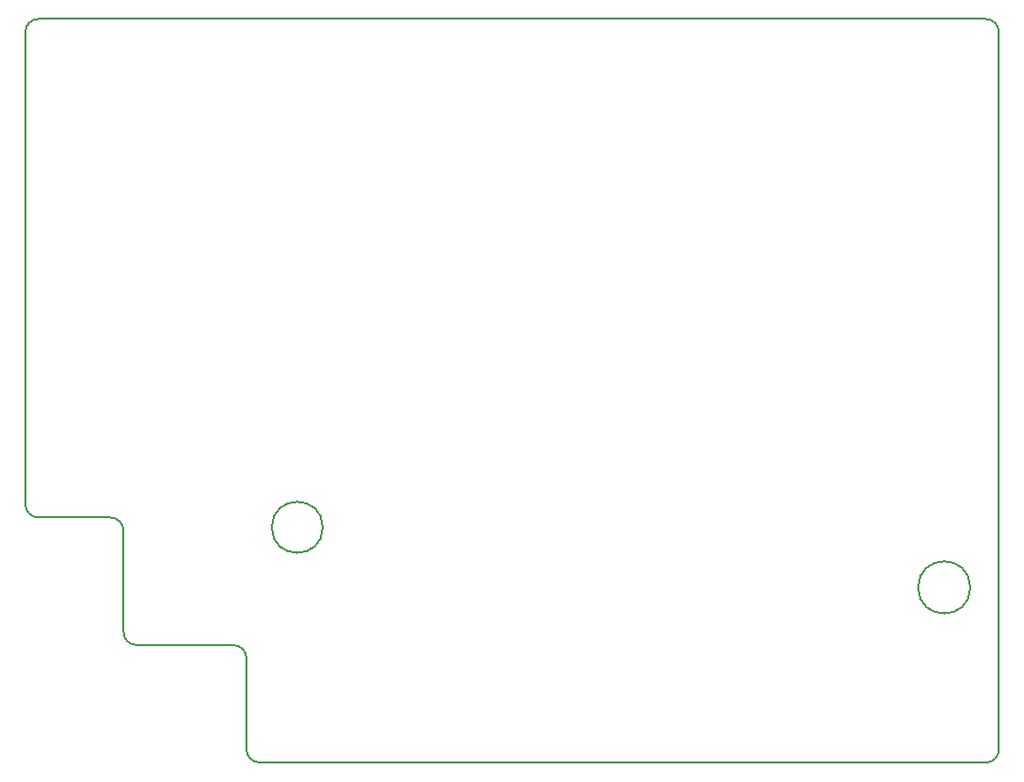
<source format=gbr>
G04 #@! TF.FileFunction,Profile,NP*
%FSLAX46Y46*%
G04 Gerber Fmt 4.6, Leading zero omitted, Abs format (unit mm)*
G04 Created by KiCad (PCBNEW 4.0.7) date 09/11/18 07:06:58*
%MOMM*%
%LPD*%
G01*
G04 APERTURE LIST*
%ADD10C,0.100000*%
%ADD11C,0.150000*%
G04 APERTURE END LIST*
D10*
D11*
X131549518Y-93687900D02*
G75*
G03X131549518Y-93687900I-2212718J0D01*
G01*
X106934000Y-92837000D02*
X113157000Y-92837000D01*
X114300000Y-102743000D02*
X114300000Y-93980000D01*
X114300000Y-93980000D02*
G75*
G03X113157000Y-92837000I-1143000J0D01*
G01*
X105791000Y-91694000D02*
G75*
G03X106934000Y-92837000I1143000J0D01*
G01*
X124942600Y-112915700D02*
X124942600Y-105041700D01*
X115443000Y-103886000D02*
X123799600Y-103898700D01*
X114300000Y-102743000D02*
G75*
G03X115443000Y-103886000I1143000J0D01*
G01*
X124942600Y-105041700D02*
G75*
G03X123799600Y-103898700I-1143000J0D01*
G01*
X190080900Y-112915700D02*
X190080900Y-50800000D01*
X187601866Y-98894900D02*
G75*
G03X187601866Y-98894900I-2258066J0D01*
G01*
X190080900Y-50800000D02*
G75*
G03X188937900Y-49657000I-1143000J0D01*
G01*
X106934000Y-49657000D02*
G75*
G03X105791000Y-50800000I0J-1143000D01*
G01*
X190080900Y-112915700D02*
G75*
G02X188937900Y-114058700I-1143000J0D01*
G01*
X124942600Y-112915700D02*
G75*
G03X126085600Y-114058700I1143000J0D01*
G01*
X126085600Y-114058700D02*
X188937900Y-114058700D01*
X105791000Y-50800000D02*
X105791000Y-91694000D01*
X188937900Y-49657000D02*
X106934000Y-49657000D01*
M02*

</source>
